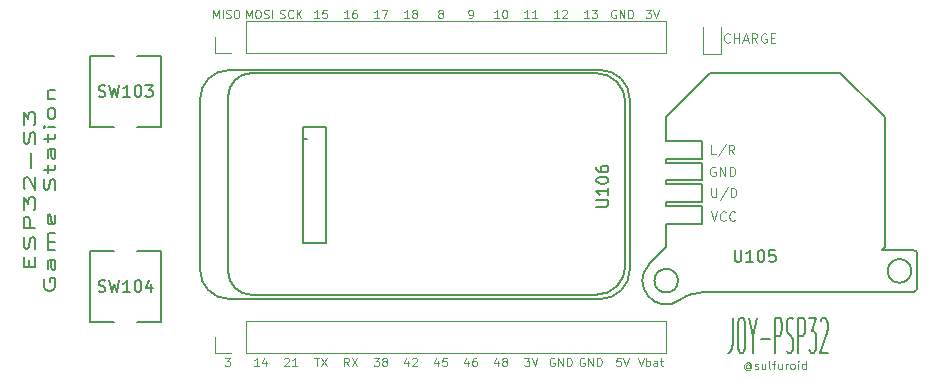
<source format=gbr>
%TF.GenerationSoftware,KiCad,Pcbnew,(5.1.12)-1*%
%TF.CreationDate,2022-11-12T21:15:41+01:00*%
%TF.ProjectId,NewmorphS3,4e65776d-6f72-4706-9853-332e6b696361,rev?*%
%TF.SameCoordinates,Original*%
%TF.FileFunction,Legend,Top*%
%TF.FilePolarity,Positive*%
%FSLAX46Y46*%
G04 Gerber Fmt 4.6, Leading zero omitted, Abs format (unit mm)*
G04 Created by KiCad (PCBNEW (5.1.12)-1) date 2022-11-12 21:15:41*
%MOMM*%
%LPD*%
G01*
G04 APERTURE LIST*
%ADD10C,0.200000*%
%ADD11C,0.100000*%
%ADD12C,0.175000*%
%ADD13C,0.120000*%
%ADD14C,0.150000*%
G04 APERTURE END LIST*
D10*
X48989571Y-85494000D02*
X48989571Y-84910666D01*
X49513380Y-84660666D02*
X49513380Y-85494000D01*
X48513380Y-85494000D01*
X48513380Y-84660666D01*
X49465761Y-83994000D02*
X49513380Y-83744000D01*
X49513380Y-83327333D01*
X49465761Y-83160666D01*
X49418142Y-83077333D01*
X49322904Y-82994000D01*
X49227666Y-82994000D01*
X49132428Y-83077333D01*
X49084809Y-83160666D01*
X49037190Y-83327333D01*
X48989571Y-83660666D01*
X48941952Y-83827333D01*
X48894333Y-83910666D01*
X48799095Y-83994000D01*
X48703857Y-83994000D01*
X48608619Y-83910666D01*
X48561000Y-83827333D01*
X48513380Y-83660666D01*
X48513380Y-83244000D01*
X48561000Y-82994000D01*
X49513380Y-82244000D02*
X48513380Y-82244000D01*
X48513380Y-81577333D01*
X48561000Y-81410666D01*
X48608619Y-81327333D01*
X48703857Y-81244000D01*
X48846714Y-81244000D01*
X48941952Y-81327333D01*
X48989571Y-81410666D01*
X49037190Y-81577333D01*
X49037190Y-82244000D01*
X48513380Y-80660666D02*
X48513380Y-79577333D01*
X48894333Y-80160666D01*
X48894333Y-79910666D01*
X48941952Y-79744000D01*
X48989571Y-79660666D01*
X49084809Y-79577333D01*
X49322904Y-79577333D01*
X49418142Y-79660666D01*
X49465761Y-79744000D01*
X49513380Y-79910666D01*
X49513380Y-80410666D01*
X49465761Y-80577333D01*
X49418142Y-80660666D01*
X48608619Y-78910666D02*
X48561000Y-78827333D01*
X48513380Y-78660666D01*
X48513380Y-78244000D01*
X48561000Y-78077333D01*
X48608619Y-77994000D01*
X48703857Y-77910666D01*
X48799095Y-77910666D01*
X48941952Y-77994000D01*
X49513380Y-78994000D01*
X49513380Y-77910666D01*
X49132428Y-77160666D02*
X49132428Y-75827333D01*
X49465761Y-75077333D02*
X49513380Y-74827333D01*
X49513380Y-74410666D01*
X49465761Y-74244000D01*
X49418142Y-74160666D01*
X49322904Y-74077333D01*
X49227666Y-74077333D01*
X49132428Y-74160666D01*
X49084809Y-74244000D01*
X49037190Y-74410666D01*
X48989571Y-74744000D01*
X48941952Y-74910666D01*
X48894333Y-74994000D01*
X48799095Y-75077333D01*
X48703857Y-75077333D01*
X48608619Y-74994000D01*
X48561000Y-74910666D01*
X48513380Y-74744000D01*
X48513380Y-74327333D01*
X48561000Y-74077333D01*
X48513380Y-73494000D02*
X48513380Y-72410666D01*
X48894333Y-72994000D01*
X48894333Y-72744000D01*
X48941952Y-72577333D01*
X48989571Y-72494000D01*
X49084809Y-72410666D01*
X49322904Y-72410666D01*
X49418142Y-72494000D01*
X49465761Y-72577333D01*
X49513380Y-72744000D01*
X49513380Y-73244000D01*
X49465761Y-73410666D01*
X49418142Y-73494000D01*
X50261000Y-86535666D02*
X50213380Y-86702333D01*
X50213380Y-86952333D01*
X50261000Y-87202333D01*
X50356238Y-87369000D01*
X50451476Y-87452333D01*
X50641952Y-87535666D01*
X50784809Y-87535666D01*
X50975285Y-87452333D01*
X51070523Y-87369000D01*
X51165761Y-87202333D01*
X51213380Y-86952333D01*
X51213380Y-86785666D01*
X51165761Y-86535666D01*
X51118142Y-86452333D01*
X50784809Y-86452333D01*
X50784809Y-86785666D01*
X51213380Y-84952333D02*
X50689571Y-84952333D01*
X50594333Y-85035666D01*
X50546714Y-85202333D01*
X50546714Y-85535666D01*
X50594333Y-85702333D01*
X51165761Y-84952333D02*
X51213380Y-85119000D01*
X51213380Y-85535666D01*
X51165761Y-85702333D01*
X51070523Y-85785666D01*
X50975285Y-85785666D01*
X50880047Y-85702333D01*
X50832428Y-85535666D01*
X50832428Y-85119000D01*
X50784809Y-84952333D01*
X51213380Y-84119000D02*
X50546714Y-84119000D01*
X50641952Y-84119000D02*
X50594333Y-84035666D01*
X50546714Y-83869000D01*
X50546714Y-83619000D01*
X50594333Y-83452333D01*
X50689571Y-83369000D01*
X51213380Y-83369000D01*
X50689571Y-83369000D02*
X50594333Y-83285666D01*
X50546714Y-83119000D01*
X50546714Y-82869000D01*
X50594333Y-82702333D01*
X50689571Y-82619000D01*
X51213380Y-82619000D01*
X51165761Y-81119000D02*
X51213380Y-81285666D01*
X51213380Y-81619000D01*
X51165761Y-81785666D01*
X51070523Y-81869000D01*
X50689571Y-81869000D01*
X50594333Y-81785666D01*
X50546714Y-81619000D01*
X50546714Y-81285666D01*
X50594333Y-81119000D01*
X50689571Y-81035666D01*
X50784809Y-81035666D01*
X50880047Y-81869000D01*
X51165761Y-79035666D02*
X51213380Y-78785666D01*
X51213380Y-78369000D01*
X51165761Y-78202333D01*
X51118142Y-78119000D01*
X51022904Y-78035666D01*
X50927666Y-78035666D01*
X50832428Y-78119000D01*
X50784809Y-78202333D01*
X50737190Y-78369000D01*
X50689571Y-78702333D01*
X50641952Y-78869000D01*
X50594333Y-78952333D01*
X50499095Y-79035666D01*
X50403857Y-79035666D01*
X50308619Y-78952333D01*
X50261000Y-78869000D01*
X50213380Y-78702333D01*
X50213380Y-78285666D01*
X50261000Y-78035666D01*
X50546714Y-77535666D02*
X50546714Y-76869000D01*
X50213380Y-77285666D02*
X51070523Y-77285666D01*
X51165761Y-77202333D01*
X51213380Y-77035666D01*
X51213380Y-76869000D01*
X51213380Y-75535666D02*
X50689571Y-75535666D01*
X50594333Y-75619000D01*
X50546714Y-75785666D01*
X50546714Y-76119000D01*
X50594333Y-76285666D01*
X51165761Y-75535666D02*
X51213380Y-75702333D01*
X51213380Y-76119000D01*
X51165761Y-76285666D01*
X51070523Y-76369000D01*
X50975285Y-76369000D01*
X50880047Y-76285666D01*
X50832428Y-76119000D01*
X50832428Y-75702333D01*
X50784809Y-75535666D01*
X50546714Y-74952333D02*
X50546714Y-74285666D01*
X50213380Y-74702333D02*
X51070523Y-74702333D01*
X51165761Y-74619000D01*
X51213380Y-74452333D01*
X51213380Y-74285666D01*
X51213380Y-73702333D02*
X50546714Y-73702333D01*
X50213380Y-73702333D02*
X50261000Y-73785666D01*
X50308619Y-73702333D01*
X50261000Y-73619000D01*
X50213380Y-73702333D01*
X50308619Y-73702333D01*
X51213380Y-72619000D02*
X51165761Y-72785666D01*
X51118142Y-72869000D01*
X51022904Y-72952333D01*
X50737190Y-72952333D01*
X50641952Y-72869000D01*
X50594333Y-72785666D01*
X50546714Y-72619000D01*
X50546714Y-72369000D01*
X50594333Y-72202333D01*
X50641952Y-72119000D01*
X50737190Y-72035666D01*
X51022904Y-72035666D01*
X51118142Y-72119000D01*
X51165761Y-72202333D01*
X51213380Y-72369000D01*
X51213380Y-72619000D01*
X50546714Y-71285666D02*
X51213380Y-71285666D01*
X50641952Y-71285666D02*
X50594333Y-71202333D01*
X50546714Y-71035666D01*
X50546714Y-70785666D01*
X50594333Y-70619000D01*
X50689571Y-70535666D01*
X51213380Y-70535666D01*
D11*
X109974333Y-93836333D02*
X109941000Y-93803000D01*
X109874333Y-93769666D01*
X109807666Y-93769666D01*
X109741000Y-93803000D01*
X109707666Y-93836333D01*
X109674333Y-93903000D01*
X109674333Y-93969666D01*
X109707666Y-94036333D01*
X109741000Y-94069666D01*
X109807666Y-94103000D01*
X109874333Y-94103000D01*
X109941000Y-94069666D01*
X109974333Y-94036333D01*
X109974333Y-93769666D02*
X109974333Y-94036333D01*
X110007666Y-94069666D01*
X110041000Y-94069666D01*
X110107666Y-94036333D01*
X110141000Y-93969666D01*
X110141000Y-93803000D01*
X110074333Y-93703000D01*
X109974333Y-93636333D01*
X109841000Y-93603000D01*
X109707666Y-93636333D01*
X109607666Y-93703000D01*
X109541000Y-93803000D01*
X109507666Y-93936333D01*
X109541000Y-94069666D01*
X109607666Y-94169666D01*
X109707666Y-94236333D01*
X109841000Y-94269666D01*
X109974333Y-94236333D01*
X110074333Y-94169666D01*
X110407666Y-94136333D02*
X110474333Y-94169666D01*
X110607666Y-94169666D01*
X110674333Y-94136333D01*
X110707666Y-94069666D01*
X110707666Y-94036333D01*
X110674333Y-93969666D01*
X110607666Y-93936333D01*
X110507666Y-93936333D01*
X110441000Y-93903000D01*
X110407666Y-93836333D01*
X110407666Y-93803000D01*
X110441000Y-93736333D01*
X110507666Y-93703000D01*
X110607666Y-93703000D01*
X110674333Y-93736333D01*
X111307666Y-93703000D02*
X111307666Y-94169666D01*
X111007666Y-93703000D02*
X111007666Y-94069666D01*
X111041000Y-94136333D01*
X111107666Y-94169666D01*
X111207666Y-94169666D01*
X111274333Y-94136333D01*
X111307666Y-94103000D01*
X111741000Y-94169666D02*
X111674333Y-94136333D01*
X111641000Y-94069666D01*
X111641000Y-93469666D01*
X111907666Y-93703000D02*
X112174333Y-93703000D01*
X112007666Y-94169666D02*
X112007666Y-93569666D01*
X112041000Y-93503000D01*
X112107666Y-93469666D01*
X112174333Y-93469666D01*
X112707666Y-93703000D02*
X112707666Y-94169666D01*
X112407666Y-93703000D02*
X112407666Y-94069666D01*
X112441000Y-94136333D01*
X112507666Y-94169666D01*
X112607666Y-94169666D01*
X112674333Y-94136333D01*
X112707666Y-94103000D01*
X113041000Y-94169666D02*
X113041000Y-93703000D01*
X113041000Y-93836333D02*
X113074333Y-93769666D01*
X113107666Y-93736333D01*
X113174333Y-93703000D01*
X113241000Y-93703000D01*
X113574333Y-94169666D02*
X113507666Y-94136333D01*
X113474333Y-94103000D01*
X113441000Y-94036333D01*
X113441000Y-93836333D01*
X113474333Y-93769666D01*
X113507666Y-93736333D01*
X113574333Y-93703000D01*
X113674333Y-93703000D01*
X113741000Y-93736333D01*
X113774333Y-93769666D01*
X113807666Y-93836333D01*
X113807666Y-94036333D01*
X113774333Y-94103000D01*
X113741000Y-94136333D01*
X113674333Y-94169666D01*
X113574333Y-94169666D01*
X114107666Y-94169666D02*
X114107666Y-93703000D01*
X114107666Y-93469666D02*
X114074333Y-93503000D01*
X114107666Y-93536333D01*
X114141000Y-93503000D01*
X114107666Y-93469666D01*
X114107666Y-93536333D01*
X114741000Y-94169666D02*
X114741000Y-93469666D01*
X114741000Y-94136333D02*
X114674333Y-94169666D01*
X114541000Y-94169666D01*
X114474333Y-94136333D01*
X114441000Y-94103000D01*
X114407666Y-94036333D01*
X114407666Y-93836333D01*
X114441000Y-93769666D01*
X114474333Y-93736333D01*
X114541000Y-93703000D01*
X114674333Y-93703000D01*
X114741000Y-93736333D01*
D12*
X108537857Y-89797142D02*
X108537857Y-91940000D01*
X108490238Y-92368571D01*
X108395000Y-92654285D01*
X108252142Y-92797142D01*
X108156904Y-92797142D01*
X109204523Y-89797142D02*
X109395000Y-89797142D01*
X109490238Y-89940000D01*
X109585476Y-90225714D01*
X109633095Y-90797142D01*
X109633095Y-91797142D01*
X109585476Y-92368571D01*
X109490238Y-92654285D01*
X109395000Y-92797142D01*
X109204523Y-92797142D01*
X109109285Y-92654285D01*
X109014047Y-92368571D01*
X108966428Y-91797142D01*
X108966428Y-90797142D01*
X109014047Y-90225714D01*
X109109285Y-89940000D01*
X109204523Y-89797142D01*
X110252142Y-91368571D02*
X110252142Y-92797142D01*
X109918809Y-89797142D02*
X110252142Y-91368571D01*
X110585476Y-89797142D01*
X110918809Y-91654285D02*
X111680714Y-91654285D01*
X112156904Y-92797142D02*
X112156904Y-89797142D01*
X112537857Y-89797142D01*
X112633095Y-89940000D01*
X112680714Y-90082857D01*
X112728333Y-90368571D01*
X112728333Y-90797142D01*
X112680714Y-91082857D01*
X112633095Y-91225714D01*
X112537857Y-91368571D01*
X112156904Y-91368571D01*
X113109285Y-92654285D02*
X113252142Y-92797142D01*
X113490238Y-92797142D01*
X113585476Y-92654285D01*
X113633095Y-92511428D01*
X113680714Y-92225714D01*
X113680714Y-91940000D01*
X113633095Y-91654285D01*
X113585476Y-91511428D01*
X113490238Y-91368571D01*
X113299761Y-91225714D01*
X113204523Y-91082857D01*
X113156904Y-90940000D01*
X113109285Y-90654285D01*
X113109285Y-90368571D01*
X113156904Y-90082857D01*
X113204523Y-89940000D01*
X113299761Y-89797142D01*
X113537857Y-89797142D01*
X113680714Y-89940000D01*
X114109285Y-92797142D02*
X114109285Y-89797142D01*
X114490238Y-89797142D01*
X114585476Y-89940000D01*
X114633095Y-90082857D01*
X114680714Y-90368571D01*
X114680714Y-90797142D01*
X114633095Y-91082857D01*
X114585476Y-91225714D01*
X114490238Y-91368571D01*
X114109285Y-91368571D01*
X115014047Y-89797142D02*
X115633095Y-89797142D01*
X115299761Y-90940000D01*
X115442619Y-90940000D01*
X115537857Y-91082857D01*
X115585476Y-91225714D01*
X115633095Y-91511428D01*
X115633095Y-92225714D01*
X115585476Y-92511428D01*
X115537857Y-92654285D01*
X115442619Y-92797142D01*
X115156904Y-92797142D01*
X115061666Y-92654285D01*
X115014047Y-92511428D01*
X116014047Y-90082857D02*
X116061666Y-89940000D01*
X116156904Y-89797142D01*
X116395000Y-89797142D01*
X116490238Y-89940000D01*
X116537857Y-90082857D01*
X116585476Y-90368571D01*
X116585476Y-90654285D01*
X116537857Y-91082857D01*
X115966428Y-92797142D01*
X116585476Y-92797142D01*
D11*
X100533333Y-93215666D02*
X100766666Y-93915666D01*
X101000000Y-93215666D01*
X101233333Y-93915666D02*
X101233333Y-93215666D01*
X101233333Y-93482333D02*
X101300000Y-93449000D01*
X101433333Y-93449000D01*
X101500000Y-93482333D01*
X101533333Y-93515666D01*
X101566666Y-93582333D01*
X101566666Y-93782333D01*
X101533333Y-93849000D01*
X101500000Y-93882333D01*
X101433333Y-93915666D01*
X101300000Y-93915666D01*
X101233333Y-93882333D01*
X102166666Y-93915666D02*
X102166666Y-93549000D01*
X102133333Y-93482333D01*
X102066666Y-93449000D01*
X101933333Y-93449000D01*
X101866666Y-93482333D01*
X102166666Y-93882333D02*
X102100000Y-93915666D01*
X101933333Y-93915666D01*
X101866666Y-93882333D01*
X101833333Y-93815666D01*
X101833333Y-93749000D01*
X101866666Y-93682333D01*
X101933333Y-93649000D01*
X102100000Y-93649000D01*
X102166666Y-93615666D01*
X102400000Y-93449000D02*
X102666666Y-93449000D01*
X102500000Y-93215666D02*
X102500000Y-93815666D01*
X102533333Y-93882333D01*
X102600000Y-93915666D01*
X102666666Y-93915666D01*
X99053666Y-93215666D02*
X98720333Y-93215666D01*
X98687000Y-93549000D01*
X98720333Y-93515666D01*
X98787000Y-93482333D01*
X98953666Y-93482333D01*
X99020333Y-93515666D01*
X99053666Y-93549000D01*
X99087000Y-93615666D01*
X99087000Y-93782333D01*
X99053666Y-93849000D01*
X99020333Y-93882333D01*
X98953666Y-93915666D01*
X98787000Y-93915666D01*
X98720333Y-93882333D01*
X98687000Y-93849000D01*
X99287000Y-93215666D02*
X99520333Y-93915666D01*
X99753666Y-93215666D01*
X95986666Y-93249000D02*
X95920000Y-93215666D01*
X95820000Y-93215666D01*
X95720000Y-93249000D01*
X95653333Y-93315666D01*
X95620000Y-93382333D01*
X95586666Y-93515666D01*
X95586666Y-93615666D01*
X95620000Y-93749000D01*
X95653333Y-93815666D01*
X95720000Y-93882333D01*
X95820000Y-93915666D01*
X95886666Y-93915666D01*
X95986666Y-93882333D01*
X96020000Y-93849000D01*
X96020000Y-93615666D01*
X95886666Y-93615666D01*
X96320000Y-93915666D02*
X96320000Y-93215666D01*
X96720000Y-93915666D01*
X96720000Y-93215666D01*
X97053333Y-93915666D02*
X97053333Y-93215666D01*
X97220000Y-93215666D01*
X97320000Y-93249000D01*
X97386666Y-93315666D01*
X97420000Y-93382333D01*
X97453333Y-93515666D01*
X97453333Y-93615666D01*
X97420000Y-93749000D01*
X97386666Y-93815666D01*
X97320000Y-93882333D01*
X97220000Y-93915666D01*
X97053333Y-93915666D01*
X93446666Y-93249000D02*
X93380000Y-93215666D01*
X93280000Y-93215666D01*
X93180000Y-93249000D01*
X93113333Y-93315666D01*
X93080000Y-93382333D01*
X93046666Y-93515666D01*
X93046666Y-93615666D01*
X93080000Y-93749000D01*
X93113333Y-93815666D01*
X93180000Y-93882333D01*
X93280000Y-93915666D01*
X93346666Y-93915666D01*
X93446666Y-93882333D01*
X93480000Y-93849000D01*
X93480000Y-93615666D01*
X93346666Y-93615666D01*
X93780000Y-93915666D02*
X93780000Y-93215666D01*
X94180000Y-93915666D01*
X94180000Y-93215666D01*
X94513333Y-93915666D02*
X94513333Y-93215666D01*
X94680000Y-93215666D01*
X94780000Y-93249000D01*
X94846666Y-93315666D01*
X94880000Y-93382333D01*
X94913333Y-93515666D01*
X94913333Y-93615666D01*
X94880000Y-93749000D01*
X94846666Y-93815666D01*
X94780000Y-93882333D01*
X94680000Y-93915666D01*
X94513333Y-93915666D01*
X90906666Y-93215666D02*
X91340000Y-93215666D01*
X91106666Y-93482333D01*
X91206666Y-93482333D01*
X91273333Y-93515666D01*
X91306666Y-93549000D01*
X91340000Y-93615666D01*
X91340000Y-93782333D01*
X91306666Y-93849000D01*
X91273333Y-93882333D01*
X91206666Y-93915666D01*
X91006666Y-93915666D01*
X90940000Y-93882333D01*
X90906666Y-93849000D01*
X91540000Y-93215666D02*
X91773333Y-93915666D01*
X92006666Y-93215666D01*
X88700000Y-93449000D02*
X88700000Y-93915666D01*
X88533333Y-93182333D02*
X88366666Y-93682333D01*
X88800000Y-93682333D01*
X89166666Y-93515666D02*
X89100000Y-93482333D01*
X89066666Y-93449000D01*
X89033333Y-93382333D01*
X89033333Y-93349000D01*
X89066666Y-93282333D01*
X89100000Y-93249000D01*
X89166666Y-93215666D01*
X89300000Y-93215666D01*
X89366666Y-93249000D01*
X89400000Y-93282333D01*
X89433333Y-93349000D01*
X89433333Y-93382333D01*
X89400000Y-93449000D01*
X89366666Y-93482333D01*
X89300000Y-93515666D01*
X89166666Y-93515666D01*
X89100000Y-93549000D01*
X89066666Y-93582333D01*
X89033333Y-93649000D01*
X89033333Y-93782333D01*
X89066666Y-93849000D01*
X89100000Y-93882333D01*
X89166666Y-93915666D01*
X89300000Y-93915666D01*
X89366666Y-93882333D01*
X89400000Y-93849000D01*
X89433333Y-93782333D01*
X89433333Y-93649000D01*
X89400000Y-93582333D01*
X89366666Y-93549000D01*
X89300000Y-93515666D01*
X86160000Y-93449000D02*
X86160000Y-93915666D01*
X85993333Y-93182333D02*
X85826666Y-93682333D01*
X86260000Y-93682333D01*
X86826666Y-93215666D02*
X86693333Y-93215666D01*
X86626666Y-93249000D01*
X86593333Y-93282333D01*
X86526666Y-93382333D01*
X86493333Y-93515666D01*
X86493333Y-93782333D01*
X86526666Y-93849000D01*
X86560000Y-93882333D01*
X86626666Y-93915666D01*
X86760000Y-93915666D01*
X86826666Y-93882333D01*
X86860000Y-93849000D01*
X86893333Y-93782333D01*
X86893333Y-93615666D01*
X86860000Y-93549000D01*
X86826666Y-93515666D01*
X86760000Y-93482333D01*
X86626666Y-93482333D01*
X86560000Y-93515666D01*
X86526666Y-93549000D01*
X86493333Y-93615666D01*
X83620000Y-93449000D02*
X83620000Y-93915666D01*
X83453333Y-93182333D02*
X83286666Y-93682333D01*
X83720000Y-93682333D01*
X84320000Y-93215666D02*
X83986666Y-93215666D01*
X83953333Y-93549000D01*
X83986666Y-93515666D01*
X84053333Y-93482333D01*
X84220000Y-93482333D01*
X84286666Y-93515666D01*
X84320000Y-93549000D01*
X84353333Y-93615666D01*
X84353333Y-93782333D01*
X84320000Y-93849000D01*
X84286666Y-93882333D01*
X84220000Y-93915666D01*
X84053333Y-93915666D01*
X83986666Y-93882333D01*
X83953333Y-93849000D01*
X81080000Y-93449000D02*
X81080000Y-93915666D01*
X80913333Y-93182333D02*
X80746666Y-93682333D01*
X81180000Y-93682333D01*
X81413333Y-93282333D02*
X81446666Y-93249000D01*
X81513333Y-93215666D01*
X81680000Y-93215666D01*
X81746666Y-93249000D01*
X81780000Y-93282333D01*
X81813333Y-93349000D01*
X81813333Y-93415666D01*
X81780000Y-93515666D01*
X81380000Y-93915666D01*
X81813333Y-93915666D01*
X78173333Y-93215666D02*
X78606666Y-93215666D01*
X78373333Y-93482333D01*
X78473333Y-93482333D01*
X78540000Y-93515666D01*
X78573333Y-93549000D01*
X78606666Y-93615666D01*
X78606666Y-93782333D01*
X78573333Y-93849000D01*
X78540000Y-93882333D01*
X78473333Y-93915666D01*
X78273333Y-93915666D01*
X78206666Y-93882333D01*
X78173333Y-93849000D01*
X79006666Y-93515666D02*
X78940000Y-93482333D01*
X78906666Y-93449000D01*
X78873333Y-93382333D01*
X78873333Y-93349000D01*
X78906666Y-93282333D01*
X78940000Y-93249000D01*
X79006666Y-93215666D01*
X79140000Y-93215666D01*
X79206666Y-93249000D01*
X79240000Y-93282333D01*
X79273333Y-93349000D01*
X79273333Y-93382333D01*
X79240000Y-93449000D01*
X79206666Y-93482333D01*
X79140000Y-93515666D01*
X79006666Y-93515666D01*
X78940000Y-93549000D01*
X78906666Y-93582333D01*
X78873333Y-93649000D01*
X78873333Y-93782333D01*
X78906666Y-93849000D01*
X78940000Y-93882333D01*
X79006666Y-93915666D01*
X79140000Y-93915666D01*
X79206666Y-93882333D01*
X79240000Y-93849000D01*
X79273333Y-93782333D01*
X79273333Y-93649000D01*
X79240000Y-93582333D01*
X79206666Y-93549000D01*
X79140000Y-93515666D01*
X76083333Y-93915666D02*
X75850000Y-93582333D01*
X75683333Y-93915666D02*
X75683333Y-93215666D01*
X75950000Y-93215666D01*
X76016666Y-93249000D01*
X76050000Y-93282333D01*
X76083333Y-93349000D01*
X76083333Y-93449000D01*
X76050000Y-93515666D01*
X76016666Y-93549000D01*
X75950000Y-93582333D01*
X75683333Y-93582333D01*
X76316666Y-93215666D02*
X76783333Y-93915666D01*
X76783333Y-93215666D02*
X76316666Y-93915666D01*
X73126666Y-93215666D02*
X73526666Y-93215666D01*
X73326666Y-93915666D02*
X73326666Y-93215666D01*
X73693333Y-93215666D02*
X74160000Y-93915666D01*
X74160000Y-93215666D02*
X73693333Y-93915666D01*
X70586666Y-93282333D02*
X70620000Y-93249000D01*
X70686666Y-93215666D01*
X70853333Y-93215666D01*
X70920000Y-93249000D01*
X70953333Y-93282333D01*
X70986666Y-93349000D01*
X70986666Y-93415666D01*
X70953333Y-93515666D01*
X70553333Y-93915666D01*
X70986666Y-93915666D01*
X71653333Y-93915666D02*
X71253333Y-93915666D01*
X71453333Y-93915666D02*
X71453333Y-93215666D01*
X71386666Y-93315666D01*
X71320000Y-93382333D01*
X71253333Y-93415666D01*
X68446666Y-93915666D02*
X68046666Y-93915666D01*
X68246666Y-93915666D02*
X68246666Y-93215666D01*
X68180000Y-93315666D01*
X68113333Y-93382333D01*
X68046666Y-93415666D01*
X69046666Y-93449000D02*
X69046666Y-93915666D01*
X68880000Y-93182333D02*
X68713333Y-93682333D01*
X69146666Y-93682333D01*
X65552666Y-93215666D02*
X65986000Y-93215666D01*
X65752666Y-93482333D01*
X65852666Y-93482333D01*
X65919333Y-93515666D01*
X65952666Y-93549000D01*
X65986000Y-93615666D01*
X65986000Y-93782333D01*
X65952666Y-93849000D01*
X65919333Y-93882333D01*
X65852666Y-93915666D01*
X65652666Y-93915666D01*
X65586000Y-93882333D01*
X65552666Y-93849000D01*
X101193666Y-63751666D02*
X101627000Y-63751666D01*
X101393666Y-64018333D01*
X101493666Y-64018333D01*
X101560333Y-64051666D01*
X101593666Y-64085000D01*
X101627000Y-64151666D01*
X101627000Y-64318333D01*
X101593666Y-64385000D01*
X101560333Y-64418333D01*
X101493666Y-64451666D01*
X101293666Y-64451666D01*
X101227000Y-64418333D01*
X101193666Y-64385000D01*
X101827000Y-63751666D02*
X102060333Y-64451666D01*
X102293666Y-63751666D01*
X98653666Y-63785000D02*
X98587000Y-63751666D01*
X98487000Y-63751666D01*
X98387000Y-63785000D01*
X98320333Y-63851666D01*
X98287000Y-63918333D01*
X98253666Y-64051666D01*
X98253666Y-64151666D01*
X98287000Y-64285000D01*
X98320333Y-64351666D01*
X98387000Y-64418333D01*
X98487000Y-64451666D01*
X98553666Y-64451666D01*
X98653666Y-64418333D01*
X98687000Y-64385000D01*
X98687000Y-64151666D01*
X98553666Y-64151666D01*
X98987000Y-64451666D02*
X98987000Y-63751666D01*
X99387000Y-64451666D01*
X99387000Y-63751666D01*
X99720333Y-64451666D02*
X99720333Y-63751666D01*
X99887000Y-63751666D01*
X99987000Y-63785000D01*
X100053666Y-63851666D01*
X100087000Y-63918333D01*
X100120333Y-64051666D01*
X100120333Y-64151666D01*
X100087000Y-64285000D01*
X100053666Y-64351666D01*
X99987000Y-64418333D01*
X99887000Y-64451666D01*
X99720333Y-64451666D01*
X96386666Y-64451666D02*
X95986666Y-64451666D01*
X96186666Y-64451666D02*
X96186666Y-63751666D01*
X96120000Y-63851666D01*
X96053333Y-63918333D01*
X95986666Y-63951666D01*
X96620000Y-63751666D02*
X97053333Y-63751666D01*
X96820000Y-64018333D01*
X96920000Y-64018333D01*
X96986666Y-64051666D01*
X97020000Y-64085000D01*
X97053333Y-64151666D01*
X97053333Y-64318333D01*
X97020000Y-64385000D01*
X96986666Y-64418333D01*
X96920000Y-64451666D01*
X96720000Y-64451666D01*
X96653333Y-64418333D01*
X96620000Y-64385000D01*
X93846666Y-64451666D02*
X93446666Y-64451666D01*
X93646666Y-64451666D02*
X93646666Y-63751666D01*
X93580000Y-63851666D01*
X93513333Y-63918333D01*
X93446666Y-63951666D01*
X94113333Y-63818333D02*
X94146666Y-63785000D01*
X94213333Y-63751666D01*
X94380000Y-63751666D01*
X94446666Y-63785000D01*
X94480000Y-63818333D01*
X94513333Y-63885000D01*
X94513333Y-63951666D01*
X94480000Y-64051666D01*
X94080000Y-64451666D01*
X94513333Y-64451666D01*
X91306666Y-64451666D02*
X90906666Y-64451666D01*
X91106666Y-64451666D02*
X91106666Y-63751666D01*
X91040000Y-63851666D01*
X90973333Y-63918333D01*
X90906666Y-63951666D01*
X91973333Y-64451666D02*
X91573333Y-64451666D01*
X91773333Y-64451666D02*
X91773333Y-63751666D01*
X91706666Y-63851666D01*
X91640000Y-63918333D01*
X91573333Y-63951666D01*
X88766666Y-64451666D02*
X88366666Y-64451666D01*
X88566666Y-64451666D02*
X88566666Y-63751666D01*
X88500000Y-63851666D01*
X88433333Y-63918333D01*
X88366666Y-63951666D01*
X89200000Y-63751666D02*
X89266666Y-63751666D01*
X89333333Y-63785000D01*
X89366666Y-63818333D01*
X89400000Y-63885000D01*
X89433333Y-64018333D01*
X89433333Y-64185000D01*
X89400000Y-64318333D01*
X89366666Y-64385000D01*
X89333333Y-64418333D01*
X89266666Y-64451666D01*
X89200000Y-64451666D01*
X89133333Y-64418333D01*
X89100000Y-64385000D01*
X89066666Y-64318333D01*
X89033333Y-64185000D01*
X89033333Y-64018333D01*
X89066666Y-63885000D01*
X89100000Y-63818333D01*
X89133333Y-63785000D01*
X89200000Y-63751666D01*
X86226666Y-64451666D02*
X86360000Y-64451666D01*
X86426666Y-64418333D01*
X86460000Y-64385000D01*
X86526666Y-64285000D01*
X86560000Y-64151666D01*
X86560000Y-63885000D01*
X86526666Y-63818333D01*
X86493333Y-63785000D01*
X86426666Y-63751666D01*
X86293333Y-63751666D01*
X86226666Y-63785000D01*
X86193333Y-63818333D01*
X86160000Y-63885000D01*
X86160000Y-64051666D01*
X86193333Y-64118333D01*
X86226666Y-64151666D01*
X86293333Y-64185000D01*
X86426666Y-64185000D01*
X86493333Y-64151666D01*
X86526666Y-64118333D01*
X86560000Y-64051666D01*
X83753333Y-64051666D02*
X83686666Y-64018333D01*
X83653333Y-63985000D01*
X83620000Y-63918333D01*
X83620000Y-63885000D01*
X83653333Y-63818333D01*
X83686666Y-63785000D01*
X83753333Y-63751666D01*
X83886666Y-63751666D01*
X83953333Y-63785000D01*
X83986666Y-63818333D01*
X84020000Y-63885000D01*
X84020000Y-63918333D01*
X83986666Y-63985000D01*
X83953333Y-64018333D01*
X83886666Y-64051666D01*
X83753333Y-64051666D01*
X83686666Y-64085000D01*
X83653333Y-64118333D01*
X83620000Y-64185000D01*
X83620000Y-64318333D01*
X83653333Y-64385000D01*
X83686666Y-64418333D01*
X83753333Y-64451666D01*
X83886666Y-64451666D01*
X83953333Y-64418333D01*
X83986666Y-64385000D01*
X84020000Y-64318333D01*
X84020000Y-64185000D01*
X83986666Y-64118333D01*
X83953333Y-64085000D01*
X83886666Y-64051666D01*
X81146666Y-64451666D02*
X80746666Y-64451666D01*
X80946666Y-64451666D02*
X80946666Y-63751666D01*
X80880000Y-63851666D01*
X80813333Y-63918333D01*
X80746666Y-63951666D01*
X81546666Y-64051666D02*
X81480000Y-64018333D01*
X81446666Y-63985000D01*
X81413333Y-63918333D01*
X81413333Y-63885000D01*
X81446666Y-63818333D01*
X81480000Y-63785000D01*
X81546666Y-63751666D01*
X81680000Y-63751666D01*
X81746666Y-63785000D01*
X81780000Y-63818333D01*
X81813333Y-63885000D01*
X81813333Y-63918333D01*
X81780000Y-63985000D01*
X81746666Y-64018333D01*
X81680000Y-64051666D01*
X81546666Y-64051666D01*
X81480000Y-64085000D01*
X81446666Y-64118333D01*
X81413333Y-64185000D01*
X81413333Y-64318333D01*
X81446666Y-64385000D01*
X81480000Y-64418333D01*
X81546666Y-64451666D01*
X81680000Y-64451666D01*
X81746666Y-64418333D01*
X81780000Y-64385000D01*
X81813333Y-64318333D01*
X81813333Y-64185000D01*
X81780000Y-64118333D01*
X81746666Y-64085000D01*
X81680000Y-64051666D01*
X78606666Y-64451666D02*
X78206666Y-64451666D01*
X78406666Y-64451666D02*
X78406666Y-63751666D01*
X78340000Y-63851666D01*
X78273333Y-63918333D01*
X78206666Y-63951666D01*
X78840000Y-63751666D02*
X79306666Y-63751666D01*
X79006666Y-64451666D01*
X76066666Y-64451666D02*
X75666666Y-64451666D01*
X75866666Y-64451666D02*
X75866666Y-63751666D01*
X75800000Y-63851666D01*
X75733333Y-63918333D01*
X75666666Y-63951666D01*
X76666666Y-63751666D02*
X76533333Y-63751666D01*
X76466666Y-63785000D01*
X76433333Y-63818333D01*
X76366666Y-63918333D01*
X76333333Y-64051666D01*
X76333333Y-64318333D01*
X76366666Y-64385000D01*
X76400000Y-64418333D01*
X76466666Y-64451666D01*
X76600000Y-64451666D01*
X76666666Y-64418333D01*
X76700000Y-64385000D01*
X76733333Y-64318333D01*
X76733333Y-64151666D01*
X76700000Y-64085000D01*
X76666666Y-64051666D01*
X76600000Y-64018333D01*
X76466666Y-64018333D01*
X76400000Y-64051666D01*
X76366666Y-64085000D01*
X76333333Y-64151666D01*
X73526666Y-64451666D02*
X73126666Y-64451666D01*
X73326666Y-64451666D02*
X73326666Y-63751666D01*
X73260000Y-63851666D01*
X73193333Y-63918333D01*
X73126666Y-63951666D01*
X74160000Y-63751666D02*
X73826666Y-63751666D01*
X73793333Y-64085000D01*
X73826666Y-64051666D01*
X73893333Y-64018333D01*
X74060000Y-64018333D01*
X74126666Y-64051666D01*
X74160000Y-64085000D01*
X74193333Y-64151666D01*
X74193333Y-64318333D01*
X74160000Y-64385000D01*
X74126666Y-64418333D01*
X74060000Y-64451666D01*
X73893333Y-64451666D01*
X73826666Y-64418333D01*
X73793333Y-64385000D01*
X70220000Y-64418333D02*
X70320000Y-64451666D01*
X70486666Y-64451666D01*
X70553333Y-64418333D01*
X70586666Y-64385000D01*
X70620000Y-64318333D01*
X70620000Y-64251666D01*
X70586666Y-64185000D01*
X70553333Y-64151666D01*
X70486666Y-64118333D01*
X70353333Y-64085000D01*
X70286666Y-64051666D01*
X70253333Y-64018333D01*
X70220000Y-63951666D01*
X70220000Y-63885000D01*
X70253333Y-63818333D01*
X70286666Y-63785000D01*
X70353333Y-63751666D01*
X70520000Y-63751666D01*
X70620000Y-63785000D01*
X71320000Y-64385000D02*
X71286666Y-64418333D01*
X71186666Y-64451666D01*
X71120000Y-64451666D01*
X71020000Y-64418333D01*
X70953333Y-64351666D01*
X70920000Y-64285000D01*
X70886666Y-64151666D01*
X70886666Y-64051666D01*
X70920000Y-63918333D01*
X70953333Y-63851666D01*
X71020000Y-63785000D01*
X71120000Y-63751666D01*
X71186666Y-63751666D01*
X71286666Y-63785000D01*
X71320000Y-63818333D01*
X71620000Y-64451666D02*
X71620000Y-63751666D01*
X72020000Y-64451666D02*
X71720000Y-64051666D01*
X72020000Y-63751666D02*
X71620000Y-64151666D01*
X67353000Y-64451666D02*
X67353000Y-63751666D01*
X67586333Y-64251666D01*
X67819666Y-63751666D01*
X67819666Y-64451666D01*
X68286333Y-63751666D02*
X68419666Y-63751666D01*
X68486333Y-63785000D01*
X68553000Y-63851666D01*
X68586333Y-63985000D01*
X68586333Y-64218333D01*
X68553000Y-64351666D01*
X68486333Y-64418333D01*
X68419666Y-64451666D01*
X68286333Y-64451666D01*
X68219666Y-64418333D01*
X68153000Y-64351666D01*
X68119666Y-64218333D01*
X68119666Y-63985000D01*
X68153000Y-63851666D01*
X68219666Y-63785000D01*
X68286333Y-63751666D01*
X68853000Y-64418333D02*
X68953000Y-64451666D01*
X69119666Y-64451666D01*
X69186333Y-64418333D01*
X69219666Y-64385000D01*
X69253000Y-64318333D01*
X69253000Y-64251666D01*
X69219666Y-64185000D01*
X69186333Y-64151666D01*
X69119666Y-64118333D01*
X68986333Y-64085000D01*
X68919666Y-64051666D01*
X68886333Y-64018333D01*
X68853000Y-63951666D01*
X68853000Y-63885000D01*
X68886333Y-63818333D01*
X68919666Y-63785000D01*
X68986333Y-63751666D01*
X69153000Y-63751666D01*
X69253000Y-63785000D01*
X69553000Y-64451666D02*
X69553000Y-63751666D01*
X64559000Y-64451666D02*
X64559000Y-63751666D01*
X64792333Y-64251666D01*
X65025666Y-63751666D01*
X65025666Y-64451666D01*
X65359000Y-64451666D02*
X65359000Y-63751666D01*
X65659000Y-64418333D02*
X65759000Y-64451666D01*
X65925666Y-64451666D01*
X65992333Y-64418333D01*
X66025666Y-64385000D01*
X66059000Y-64318333D01*
X66059000Y-64251666D01*
X66025666Y-64185000D01*
X65992333Y-64151666D01*
X65925666Y-64118333D01*
X65792333Y-64085000D01*
X65725666Y-64051666D01*
X65692333Y-64018333D01*
X65659000Y-63951666D01*
X65659000Y-63885000D01*
X65692333Y-63818333D01*
X65725666Y-63785000D01*
X65792333Y-63751666D01*
X65959000Y-63751666D01*
X66059000Y-63785000D01*
X66492333Y-63751666D02*
X66625666Y-63751666D01*
X66692333Y-63785000D01*
X66759000Y-63851666D01*
X66792333Y-63985000D01*
X66792333Y-64218333D01*
X66759000Y-64351666D01*
X66692333Y-64418333D01*
X66625666Y-64451666D01*
X66492333Y-64451666D01*
X66425666Y-64418333D01*
X66359000Y-64351666D01*
X66325666Y-64218333D01*
X66325666Y-63985000D01*
X66359000Y-63851666D01*
X66425666Y-63785000D01*
X66492333Y-63751666D01*
D10*
%TO.C,U106*%
X74140000Y-73660000D02*
X74140000Y-83449106D01*
X74140000Y-73660000D02*
X72140249Y-73660000D01*
X67823545Y-87872604D02*
X96973545Y-87872604D01*
X65833545Y-85882604D02*
X65823545Y-85882604D01*
X99836898Y-85727413D02*
X99836898Y-71332829D01*
X99473545Y-85382604D02*
X99463545Y-85382604D01*
X97336898Y-68832829D02*
X65942368Y-68832829D01*
X96973545Y-87882604D02*
X96973545Y-87872604D01*
X99473545Y-71592604D02*
X99473545Y-85382604D01*
X72140249Y-73660000D02*
X72140249Y-83449106D01*
X65833545Y-71092604D02*
X65833545Y-85882604D01*
X63442368Y-71332829D02*
X63442368Y-85727413D01*
X67823545Y-69092604D02*
X96973545Y-69092604D01*
X65942368Y-88227413D02*
X97336898Y-88227413D01*
X96973545Y-69092604D02*
X96973545Y-69102604D01*
X99473545Y-71592604D02*
X99463545Y-71592604D01*
X72140249Y-74692836D02*
X72488381Y-74692836D01*
X74140000Y-83449106D02*
X72140249Y-83449106D01*
X67823545Y-69102604D02*
X67823545Y-69092604D01*
X96973545Y-69102604D02*
X67823545Y-69102604D01*
X99463545Y-85382604D02*
X99463545Y-71592604D01*
X96973545Y-87882604D02*
X67823545Y-87882604D01*
X65833545Y-71092604D02*
X65823545Y-71092604D01*
X67823545Y-87872604D02*
X67823545Y-87882604D01*
X65823545Y-85882604D02*
X65823545Y-71092604D01*
X67823545Y-87872604D02*
G75*
G02*
X65833545Y-85882604I0J1990000D01*
G01*
X96973545Y-69092605D02*
G75*
G02*
X99473544Y-71592604I0J-2499999D01*
G01*
X67823545Y-87882604D02*
G75*
G02*
X65823545Y-85882604I0J2000000D01*
G01*
X99463545Y-85382604D02*
G75*
G02*
X96973545Y-87872604I-2490000J0D01*
G01*
X97336898Y-68832829D02*
G75*
G02*
X99836898Y-71332829I0J-2500000D01*
G01*
X99473545Y-85382604D02*
G75*
G02*
X96973545Y-87882604I-2500000J0D01*
G01*
X63442368Y-71332829D02*
G75*
G02*
X65942368Y-68832829I2500000J0D01*
G01*
X65942368Y-88227413D02*
G75*
G02*
X63442368Y-85727413I0J2500000D01*
G01*
X65833545Y-71092604D02*
G75*
G02*
X67823545Y-69102604I1990000J0D01*
G01*
X99836898Y-85727413D02*
G75*
G02*
X97336898Y-88227413I-2500000J0D01*
G01*
X65823545Y-71092604D02*
G75*
G02*
X67823545Y-69092604I2000000J0D01*
G01*
X96973545Y-69102605D02*
G75*
G02*
X99463544Y-71592604I0J-2489999D01*
G01*
D13*
%TO.C,D102*%
X106072000Y-65240000D02*
X106072000Y-67525000D01*
X106072000Y-67525000D02*
X107542000Y-67525000D01*
X107542000Y-67525000D02*
X107542000Y-65240000D01*
D10*
%TO.C,U105*%
X103920001Y-86680000D02*
G75*
G03*
X103920001Y-86680000I-1000001J0D01*
G01*
X102920000Y-74851572D02*
X102920000Y-72851572D01*
X106670000Y-69101572D02*
X102920000Y-72851572D01*
X121162066Y-84109507D02*
X121420000Y-83851572D01*
X124169999Y-87301573D02*
X124170000Y-84379797D01*
X104140990Y-88264040D02*
X104327700Y-88166306D01*
X104327700Y-88166306D02*
X104454875Y-88098349D01*
X121420000Y-72851572D02*
X121420000Y-83851572D01*
X123870000Y-87601572D02*
X106670000Y-87601572D01*
X102920000Y-83851572D02*
X101505787Y-85265786D01*
X102920000Y-83851572D02*
X102920000Y-81851572D01*
X105920000Y-81851572D02*
X102920000Y-81851572D01*
X105920000Y-80351572D02*
X105920000Y-81851572D01*
X102920000Y-80351572D02*
X105920000Y-80351572D01*
X117670000Y-69101572D02*
X106670000Y-69101572D01*
X121420000Y-72851572D02*
X117670000Y-69101572D01*
X105920000Y-78518239D02*
X105920000Y-80018239D01*
X102920000Y-78518239D02*
X105920000Y-78518239D01*
X102920000Y-74851572D02*
X105920000Y-74851572D01*
X123891777Y-84102306D02*
X121162066Y-84109507D01*
X102920000Y-80351572D02*
X102920000Y-80018239D01*
X102920000Y-78518239D02*
X102920000Y-78184906D01*
X105920000Y-78184906D02*
X102920000Y-78184906D01*
X105920000Y-76684906D02*
X105920000Y-78184906D01*
X102920000Y-76684906D02*
X105920000Y-76684906D01*
X105920000Y-80018239D02*
X102920000Y-80018239D01*
X104454875Y-88098349D02*
X104653335Y-88003389D01*
X104653335Y-88003389D02*
X104876155Y-87918636D01*
X104876155Y-87918636D02*
X105122359Y-87843681D01*
X105122359Y-87843681D02*
X105321770Y-87793648D01*
X105321770Y-87793648D02*
X105533375Y-87748725D01*
X105533375Y-87748725D02*
X105756762Y-87708739D01*
X105756762Y-87708739D02*
X105991519Y-87673516D01*
X105991519Y-87673516D02*
X106237236Y-87642886D01*
X106237236Y-87642886D02*
X106493500Y-87616675D01*
X106493500Y-87616675D02*
X106670000Y-87601572D01*
X123669999Y-85851572D02*
G75*
G03*
X123669999Y-85851572I-999999J0D01*
G01*
X105920000Y-74851572D02*
X105920000Y-76351572D01*
X102920000Y-76684906D02*
X102920000Y-76351572D01*
X105920000Y-76351572D02*
X102920000Y-76351572D01*
X123891778Y-84102306D02*
G75*
G02*
X124170000Y-84379797I-20987J-299265D01*
G01*
X124169999Y-87301574D02*
G75*
G02*
X123869999Y-87601572I-299999J1D01*
G01*
X104140989Y-88264041D02*
G75*
G02*
X101505787Y-85265786I-1220989J1584041D01*
G01*
D13*
%TO.C,J103*%
X102930000Y-67370000D02*
X102930000Y-64710000D01*
X67310000Y-67370000D02*
X102930000Y-67370000D01*
X67310000Y-64710000D02*
X102930000Y-64710000D01*
X67310000Y-67370000D02*
X67310000Y-64710000D01*
X66040000Y-67370000D02*
X64710000Y-67370000D01*
X64710000Y-67370000D02*
X64710000Y-66040000D01*
%TO.C,J104*%
X64710000Y-92770000D02*
X64710000Y-91440000D01*
X66040000Y-92770000D02*
X64710000Y-92770000D01*
X67310000Y-92770000D02*
X67310000Y-90110000D01*
X67310000Y-90110000D02*
X102930000Y-90110000D01*
X67310000Y-92770000D02*
X102930000Y-92770000D01*
X102930000Y-92770000D02*
X102930000Y-90110000D01*
D14*
%TO.C,SW103*%
X54150000Y-73660000D02*
X56150000Y-73660000D01*
X54150000Y-67660000D02*
X54150000Y-73660000D01*
X56150000Y-67660000D02*
X54150000Y-67660000D01*
X60150000Y-67660000D02*
X58150000Y-67660000D01*
X60150000Y-73660000D02*
X60150000Y-67660000D01*
X58150000Y-73660000D02*
X60150000Y-73660000D01*
%TO.C,SW104*%
X58150000Y-90185000D02*
X60150000Y-90185000D01*
X60150000Y-90185000D02*
X60150000Y-84185000D01*
X60150000Y-84185000D02*
X58150000Y-84185000D01*
X56150000Y-84185000D02*
X54150000Y-84185000D01*
X54150000Y-84185000D02*
X54150000Y-90185000D01*
X54150000Y-90185000D02*
X56150000Y-90185000D01*
%TO.C,U106*%
X97013780Y-80403485D02*
X97823304Y-80403485D01*
X97918542Y-80355866D01*
X97966161Y-80308247D01*
X98013780Y-80213009D01*
X98013780Y-80022533D01*
X97966161Y-79927295D01*
X97918542Y-79879676D01*
X97823304Y-79832057D01*
X97013780Y-79832057D01*
X98013780Y-78832057D02*
X98013780Y-79403485D01*
X98013780Y-79117771D02*
X97013780Y-79117771D01*
X97156638Y-79213009D01*
X97251876Y-79308247D01*
X97299495Y-79403485D01*
X97013780Y-78213009D02*
X97013780Y-78117771D01*
X97061400Y-78022533D01*
X97109019Y-77974914D01*
X97204257Y-77927295D01*
X97394733Y-77879676D01*
X97632828Y-77879676D01*
X97823304Y-77927295D01*
X97918542Y-77974914D01*
X97966161Y-78022533D01*
X98013780Y-78117771D01*
X98013780Y-78213009D01*
X97966161Y-78308247D01*
X97918542Y-78355866D01*
X97823304Y-78403485D01*
X97632828Y-78451104D01*
X97394733Y-78451104D01*
X97204257Y-78403485D01*
X97109019Y-78355866D01*
X97061400Y-78308247D01*
X97013780Y-78213009D01*
X97013780Y-77022533D02*
X97013780Y-77213009D01*
X97061400Y-77308247D01*
X97109019Y-77355866D01*
X97251876Y-77451104D01*
X97442352Y-77498723D01*
X97823304Y-77498723D01*
X97918542Y-77451104D01*
X97966161Y-77403485D01*
X98013780Y-77308247D01*
X98013780Y-77117771D01*
X97966161Y-77022533D01*
X97918542Y-76974914D01*
X97823304Y-76927295D01*
X97585209Y-76927295D01*
X97489971Y-76974914D01*
X97442352Y-77022533D01*
X97394733Y-77117771D01*
X97394733Y-77308247D01*
X97442352Y-77403485D01*
X97489971Y-77451104D01*
X97585209Y-77498723D01*
%TO.C,D102*%
D11*
X108305809Y-66452714D02*
X108267714Y-66490809D01*
X108153428Y-66528904D01*
X108077238Y-66528904D01*
X107962952Y-66490809D01*
X107886761Y-66414619D01*
X107848666Y-66338428D01*
X107810571Y-66186047D01*
X107810571Y-66071761D01*
X107848666Y-65919380D01*
X107886761Y-65843190D01*
X107962952Y-65767000D01*
X108077238Y-65728904D01*
X108153428Y-65728904D01*
X108267714Y-65767000D01*
X108305809Y-65805095D01*
X108648666Y-66528904D02*
X108648666Y-65728904D01*
X108648666Y-66109857D02*
X109105809Y-66109857D01*
X109105809Y-66528904D02*
X109105809Y-65728904D01*
X109448666Y-66300333D02*
X109829619Y-66300333D01*
X109372476Y-66528904D02*
X109639142Y-65728904D01*
X109905809Y-66528904D01*
X110629619Y-66528904D02*
X110362952Y-66147952D01*
X110172476Y-66528904D02*
X110172476Y-65728904D01*
X110477238Y-65728904D01*
X110553428Y-65767000D01*
X110591523Y-65805095D01*
X110629619Y-65881285D01*
X110629619Y-65995571D01*
X110591523Y-66071761D01*
X110553428Y-66109857D01*
X110477238Y-66147952D01*
X110172476Y-66147952D01*
X111391523Y-65767000D02*
X111315333Y-65728904D01*
X111201047Y-65728904D01*
X111086761Y-65767000D01*
X111010571Y-65843190D01*
X110972476Y-65919380D01*
X110934380Y-66071761D01*
X110934380Y-66186047D01*
X110972476Y-66338428D01*
X111010571Y-66414619D01*
X111086761Y-66490809D01*
X111201047Y-66528904D01*
X111277238Y-66528904D01*
X111391523Y-66490809D01*
X111429619Y-66452714D01*
X111429619Y-66186047D01*
X111277238Y-66186047D01*
X111772476Y-66109857D02*
X112039142Y-66109857D01*
X112153428Y-66528904D02*
X111772476Y-66528904D01*
X111772476Y-65728904D01*
X112153428Y-65728904D01*
%TO.C,U105*%
D14*
X108705714Y-84082380D02*
X108705714Y-84891904D01*
X108753333Y-84987142D01*
X108800952Y-85034761D01*
X108896190Y-85082380D01*
X109086666Y-85082380D01*
X109181904Y-85034761D01*
X109229523Y-84987142D01*
X109277142Y-84891904D01*
X109277142Y-84082380D01*
X110277142Y-85082380D02*
X109705714Y-85082380D01*
X109991428Y-85082380D02*
X109991428Y-84082380D01*
X109896190Y-84225238D01*
X109800952Y-84320476D01*
X109705714Y-84368095D01*
X110896190Y-84082380D02*
X110991428Y-84082380D01*
X111086666Y-84130000D01*
X111134285Y-84177619D01*
X111181904Y-84272857D01*
X111229523Y-84463333D01*
X111229523Y-84701428D01*
X111181904Y-84891904D01*
X111134285Y-84987142D01*
X111086666Y-85034761D01*
X110991428Y-85082380D01*
X110896190Y-85082380D01*
X110800952Y-85034761D01*
X110753333Y-84987142D01*
X110705714Y-84891904D01*
X110658095Y-84701428D01*
X110658095Y-84463333D01*
X110705714Y-84272857D01*
X110753333Y-84177619D01*
X110800952Y-84130000D01*
X110896190Y-84082380D01*
X112134285Y-84082380D02*
X111658095Y-84082380D01*
X111610476Y-84558571D01*
X111658095Y-84510952D01*
X111753333Y-84463333D01*
X111991428Y-84463333D01*
X112086666Y-84510952D01*
X112134285Y-84558571D01*
X112181904Y-84653809D01*
X112181904Y-84891904D01*
X112134285Y-84987142D01*
X112086666Y-85034761D01*
X111991428Y-85082380D01*
X111753333Y-85082380D01*
X111658095Y-85034761D01*
X111610476Y-84987142D01*
D11*
X107123571Y-75966904D02*
X106742619Y-75966904D01*
X106742619Y-75166904D01*
X107961666Y-75128809D02*
X107275952Y-76157380D01*
X108685476Y-75966904D02*
X108418809Y-75585952D01*
X108228333Y-75966904D02*
X108228333Y-75166904D01*
X108533095Y-75166904D01*
X108609285Y-75205000D01*
X108647380Y-75243095D01*
X108685476Y-75319285D01*
X108685476Y-75433571D01*
X108647380Y-75509761D01*
X108609285Y-75547857D01*
X108533095Y-75585952D01*
X108228333Y-75585952D01*
X107085476Y-77055000D02*
X107009285Y-77016904D01*
X106895000Y-77016904D01*
X106780714Y-77055000D01*
X106704523Y-77131190D01*
X106666428Y-77207380D01*
X106628333Y-77359761D01*
X106628333Y-77474047D01*
X106666428Y-77626428D01*
X106704523Y-77702619D01*
X106780714Y-77778809D01*
X106895000Y-77816904D01*
X106971190Y-77816904D01*
X107085476Y-77778809D01*
X107123571Y-77740714D01*
X107123571Y-77474047D01*
X106971190Y-77474047D01*
X107466428Y-77816904D02*
X107466428Y-77016904D01*
X107923571Y-77816904D01*
X107923571Y-77016904D01*
X108304523Y-77816904D02*
X108304523Y-77016904D01*
X108495000Y-77016904D01*
X108609285Y-77055000D01*
X108685476Y-77131190D01*
X108723571Y-77207380D01*
X108761666Y-77359761D01*
X108761666Y-77474047D01*
X108723571Y-77626428D01*
X108685476Y-77702619D01*
X108609285Y-77778809D01*
X108495000Y-77816904D01*
X108304523Y-77816904D01*
X106722380Y-78816904D02*
X106722380Y-79464523D01*
X106760476Y-79540714D01*
X106798571Y-79578809D01*
X106874761Y-79616904D01*
X107027142Y-79616904D01*
X107103333Y-79578809D01*
X107141428Y-79540714D01*
X107179523Y-79464523D01*
X107179523Y-78816904D01*
X108131904Y-78778809D02*
X107446190Y-79807380D01*
X108398571Y-79616904D02*
X108398571Y-78816904D01*
X108589047Y-78816904D01*
X108703333Y-78855000D01*
X108779523Y-78931190D01*
X108817619Y-79007380D01*
X108855714Y-79159761D01*
X108855714Y-79274047D01*
X108817619Y-79426428D01*
X108779523Y-79502619D01*
X108703333Y-79578809D01*
X108589047Y-79616904D01*
X108398571Y-79616904D01*
X106703333Y-80816904D02*
X106970000Y-81616904D01*
X107236666Y-80816904D01*
X107960476Y-81540714D02*
X107922380Y-81578809D01*
X107808095Y-81616904D01*
X107731904Y-81616904D01*
X107617619Y-81578809D01*
X107541428Y-81502619D01*
X107503333Y-81426428D01*
X107465238Y-81274047D01*
X107465238Y-81159761D01*
X107503333Y-81007380D01*
X107541428Y-80931190D01*
X107617619Y-80855000D01*
X107731904Y-80816904D01*
X107808095Y-80816904D01*
X107922380Y-80855000D01*
X107960476Y-80893095D01*
X108760476Y-81540714D02*
X108722380Y-81578809D01*
X108608095Y-81616904D01*
X108531904Y-81616904D01*
X108417619Y-81578809D01*
X108341428Y-81502619D01*
X108303333Y-81426428D01*
X108265238Y-81274047D01*
X108265238Y-81159761D01*
X108303333Y-81007380D01*
X108341428Y-80931190D01*
X108417619Y-80855000D01*
X108531904Y-80816904D01*
X108608095Y-80816904D01*
X108722380Y-80855000D01*
X108760476Y-80893095D01*
%TO.C,SW103*%
D14*
X54864285Y-71064761D02*
X55007142Y-71112380D01*
X55245238Y-71112380D01*
X55340476Y-71064761D01*
X55388095Y-71017142D01*
X55435714Y-70921904D01*
X55435714Y-70826666D01*
X55388095Y-70731428D01*
X55340476Y-70683809D01*
X55245238Y-70636190D01*
X55054761Y-70588571D01*
X54959523Y-70540952D01*
X54911904Y-70493333D01*
X54864285Y-70398095D01*
X54864285Y-70302857D01*
X54911904Y-70207619D01*
X54959523Y-70160000D01*
X55054761Y-70112380D01*
X55292857Y-70112380D01*
X55435714Y-70160000D01*
X55769047Y-70112380D02*
X56007142Y-71112380D01*
X56197619Y-70398095D01*
X56388095Y-71112380D01*
X56626190Y-70112380D01*
X57530952Y-71112380D02*
X56959523Y-71112380D01*
X57245238Y-71112380D02*
X57245238Y-70112380D01*
X57150000Y-70255238D01*
X57054761Y-70350476D01*
X56959523Y-70398095D01*
X58150000Y-70112380D02*
X58245238Y-70112380D01*
X58340476Y-70160000D01*
X58388095Y-70207619D01*
X58435714Y-70302857D01*
X58483333Y-70493333D01*
X58483333Y-70731428D01*
X58435714Y-70921904D01*
X58388095Y-71017142D01*
X58340476Y-71064761D01*
X58245238Y-71112380D01*
X58150000Y-71112380D01*
X58054761Y-71064761D01*
X58007142Y-71017142D01*
X57959523Y-70921904D01*
X57911904Y-70731428D01*
X57911904Y-70493333D01*
X57959523Y-70302857D01*
X58007142Y-70207619D01*
X58054761Y-70160000D01*
X58150000Y-70112380D01*
X58816666Y-70112380D02*
X59435714Y-70112380D01*
X59102380Y-70493333D01*
X59245238Y-70493333D01*
X59340476Y-70540952D01*
X59388095Y-70588571D01*
X59435714Y-70683809D01*
X59435714Y-70921904D01*
X59388095Y-71017142D01*
X59340476Y-71064761D01*
X59245238Y-71112380D01*
X58959523Y-71112380D01*
X58864285Y-71064761D01*
X58816666Y-71017142D01*
%TO.C,SW104*%
X54864285Y-87589761D02*
X55007142Y-87637380D01*
X55245238Y-87637380D01*
X55340476Y-87589761D01*
X55388095Y-87542142D01*
X55435714Y-87446904D01*
X55435714Y-87351666D01*
X55388095Y-87256428D01*
X55340476Y-87208809D01*
X55245238Y-87161190D01*
X55054761Y-87113571D01*
X54959523Y-87065952D01*
X54911904Y-87018333D01*
X54864285Y-86923095D01*
X54864285Y-86827857D01*
X54911904Y-86732619D01*
X54959523Y-86685000D01*
X55054761Y-86637380D01*
X55292857Y-86637380D01*
X55435714Y-86685000D01*
X55769047Y-86637380D02*
X56007142Y-87637380D01*
X56197619Y-86923095D01*
X56388095Y-87637380D01*
X56626190Y-86637380D01*
X57530952Y-87637380D02*
X56959523Y-87637380D01*
X57245238Y-87637380D02*
X57245238Y-86637380D01*
X57150000Y-86780238D01*
X57054761Y-86875476D01*
X56959523Y-86923095D01*
X58150000Y-86637380D02*
X58245238Y-86637380D01*
X58340476Y-86685000D01*
X58388095Y-86732619D01*
X58435714Y-86827857D01*
X58483333Y-87018333D01*
X58483333Y-87256428D01*
X58435714Y-87446904D01*
X58388095Y-87542142D01*
X58340476Y-87589761D01*
X58245238Y-87637380D01*
X58150000Y-87637380D01*
X58054761Y-87589761D01*
X58007142Y-87542142D01*
X57959523Y-87446904D01*
X57911904Y-87256428D01*
X57911904Y-87018333D01*
X57959523Y-86827857D01*
X58007142Y-86732619D01*
X58054761Y-86685000D01*
X58150000Y-86637380D01*
X59340476Y-86970714D02*
X59340476Y-87637380D01*
X59102380Y-86589761D02*
X58864285Y-87304047D01*
X59483333Y-87304047D01*
%TD*%
M02*

</source>
